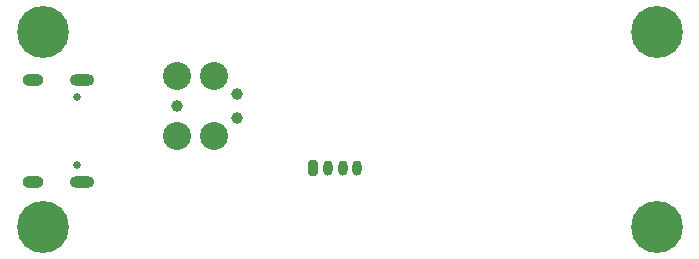
<source format=gbr>
%TF.GenerationSoftware,KiCad,Pcbnew,7.0.10*%
%TF.CreationDate,2024-02-24T20:23:49+01:00*%
%TF.ProjectId,STM32,53544d33-322e-46b6-9963-61645f706362,Rev01*%
%TF.SameCoordinates,Original*%
%TF.FileFunction,Soldermask,Bot*%
%TF.FilePolarity,Negative*%
%FSLAX46Y46*%
G04 Gerber Fmt 4.6, Leading zero omitted, Abs format (unit mm)*
G04 Created by KiCad (PCBNEW 7.0.10) date 2024-02-24 20:23:49*
%MOMM*%
%LPD*%
G01*
G04 APERTURE LIST*
G04 Aperture macros list*
%AMRoundRect*
0 Rectangle with rounded corners*
0 $1 Rounding radius*
0 $2 $3 $4 $5 $6 $7 $8 $9 X,Y pos of 4 corners*
0 Add a 4 corners polygon primitive as box body*
4,1,4,$2,$3,$4,$5,$6,$7,$8,$9,$2,$3,0*
0 Add four circle primitives for the rounded corners*
1,1,$1+$1,$2,$3*
1,1,$1+$1,$4,$5*
1,1,$1+$1,$6,$7*
1,1,$1+$1,$8,$9*
0 Add four rect primitives between the rounded corners*
20,1,$1+$1,$2,$3,$4,$5,0*
20,1,$1+$1,$4,$5,$6,$7,0*
20,1,$1+$1,$6,$7,$8,$9,0*
20,1,$1+$1,$8,$9,$2,$3,0*%
G04 Aperture macros list end*
%ADD10C,4.400000*%
%ADD11C,0.650000*%
%ADD12O,2.100000X1.000000*%
%ADD13O,1.800000X1.000000*%
%ADD14C,0.990600*%
%ADD15C,2.374900*%
%ADD16RoundRect,0.200000X-0.200000X-0.450000X0.200000X-0.450000X0.200000X0.450000X-0.200000X0.450000X0*%
%ADD17O,0.800000X1.300000*%
G04 APERTURE END LIST*
D10*
%TO.C,H4*%
X122500000Y-50500000D03*
%TD*%
%TO.C,H3*%
X122500000Y-67000000D03*
%TD*%
%TO.C,H2*%
X174500000Y-67000000D03*
%TD*%
%TO.C,H1*%
X174500000Y-50500000D03*
%TD*%
D11*
%TO.C,J3*%
X125372107Y-56002893D03*
X125372107Y-61782893D03*
D12*
X125872107Y-54572893D03*
D13*
X121692107Y-54572893D03*
D12*
X125872107Y-63212893D03*
D13*
X121692107Y-63212893D03*
%TD*%
D14*
%TO.C,J4*%
X138940000Y-57751000D03*
X138940000Y-55719000D03*
D15*
X137035000Y-59275000D03*
X137035000Y-54195000D03*
X133860000Y-59275000D03*
D14*
X133860000Y-56735000D03*
D15*
X133860000Y-54195000D03*
%TD*%
D16*
%TO.C,J1*%
X145392107Y-61992893D03*
D17*
X146642107Y-61992893D03*
X147892107Y-61992893D03*
X149142107Y-61992893D03*
%TD*%
M02*

</source>
